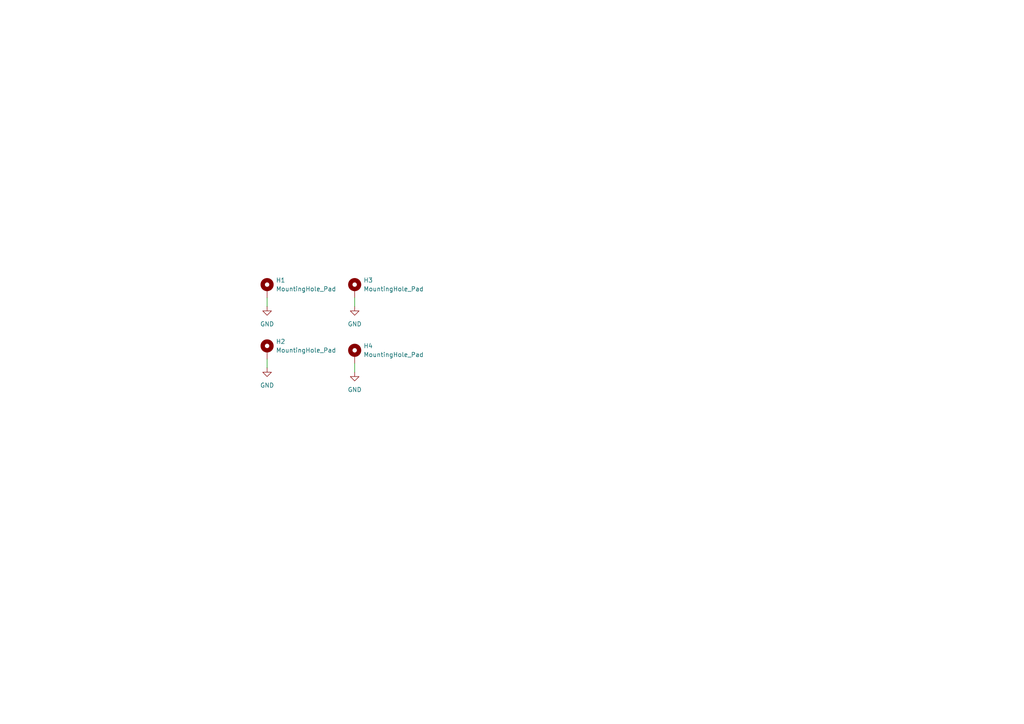
<source format=kicad_sch>
(kicad_sch (version 20250114) (generator "eeschema") (generator_version "9.0")
  (paper "A4")
  (lib_symbols
    (symbol "Mechanical:MountingHole_Pad" (pin_numbers (hide yes)) (pin_names (offset 1.016) (hide yes)) (in_bom no)
      (property "Reference" "H" (at 0 6.35 0))
      (property "Value" "MountingHole_Pad" (at 0 4.445 0))
      (symbol "MountingHole_Pad_0_1"
        (circle (center 0 1.27) (radius 1.27) (stroke (width 1.27)))
      )
      (symbol "MountingHole_Pad_1_1"
        (pin input line (at 0 -2.54 90) (length 2.54) (name "1") (number "1"))
      )
    )
    (symbol "power:GND" (power) (pin_numbers (hide yes)) (pin_names (offset 0) (hide yes))
      (property "Value" "GND" (at 0 -3.81 0))
      (symbol "GND_0_1"
        (polyline (pts (xy 0 0) (xy 0 -1.27) (xy 1.27 -1.27) (xy 0 -2.54) (xy -1.27 -1.27) (xy 0 -1.27)))
      )
      (symbol "GND_1_1"
        (pin power_in line (at 0 0 270) (length 0) (name "~") (number "1"))
      )
    )
  )
  (wire (pts (xy 77.47 104.14) (xy 77.47 106.68)))
  (wire (pts (xy 77.47 86.36) (xy 77.47 88.9)))
  (wire (pts (xy 102.87 86.36) (xy 102.87 88.9)))
  (wire (pts (xy 102.87 105.41) (xy 102.87 107.95)))
  (symbol (lib_id "Mechanical:MountingHole_Pad") (at 77.47 101.6 0) (unit 1) (exclude_from_sim yes) (in_bom no)
    (property "Reference" "H2" (at 80.01 99.0599 0) (effects (justify left)))
    (property "Value" "MountingHole_Pad" (at 80.01 101.5999 0) (effects (justify left)))
    (property "Footprint" "MountingHole:MountingHole_3mm_Pad" (effects (hide yes)))
    (property "Description" "Mounting Hole with connection" (effects (hide yes)))
  )
  (symbol (lib_id "Mechanical:MountingHole_Pad") (at 102.87 102.87 0) (unit 1) (exclude_from_sim yes) (in_bom no)
    (property "Reference" "H4" (at 105.41 100.3299 0) (effects (justify left)))
    (property "Value" "MountingHole_Pad" (at 105.41 102.8699 0) (effects (justify left)))
    (property "Footprint" "MountingHole:MountingHole_3mm_Pad" (effects (hide yes)))
    (property "Description" "Mounting Hole with connection" (effects (hide yes)))
  )
  (symbol (lib_id "power:GND") (at 102.87 88.9 0) (unit 1)
    (property "Reference" "#PWR035" (effects (hide yes)))
    (property "Value" "GND" (at 102.87 93.98 0))
    (property "Description" "Power symbol creates a global label with name \"GND\" , ground" (effects (hide yes)))
  )
  (symbol (lib_id "power:GND") (at 102.87 107.95 0) (unit 1)
    (property "Reference" "#PWR036" (effects (hide yes)))
    (property "Value" "GND" (at 102.87 113.03 0))
    (property "Description" "Power symbol creates a global label with name \"GND\" , ground" (effects (hide yes)))
  )
  (symbol (lib_id "Mechanical:MountingHole_Pad") (at 77.47 83.82 0) (unit 1) (exclude_from_sim yes) (in_bom no)
    (property "Reference" "H1" (at 80.01 81.2799 0) (effects (justify left)))
    (property "Value" "MountingHole_Pad" (at 80.01 83.8199 0) (effects (justify left)))
    (property "Footprint" "MountingHole:MountingHole_3mm_Pad" (effects (hide yes)))
    (property "Description" "Mounting Hole with connection" (effects (hide yes)))
  )
  (symbol (lib_id "power:GND") (at 77.47 106.68 0) (unit 1)
    (property "Reference" "#PWR034" (effects (hide yes)))
    (property "Value" "GND" (at 77.47 111.76 0))
    (property "Description" "Power symbol creates a global label with name \"GND\" , ground" (effects (hide yes)))
  )
  (symbol (lib_id "power:GND") (at 77.47 88.9 0) (unit 1)
    (property "Reference" "#PWR033" (effects (hide yes)))
    (property "Value" "GND" (at 77.47 93.98 0))
    (property "Description" "Power symbol creates a global label with name \"GND\" , ground" (effects (hide yes)))
  )
  (symbol (lib_id "Mechanical:MountingHole_Pad") (at 102.87 83.82 0) (unit 1) (exclude_from_sim yes) (in_bom no)
    (property "Reference" "H3" (at 105.41 81.2799 0) (effects (justify left)))
    (property "Value" "MountingHole_Pad" (at 105.41 83.8199 0) (effects (justify left)))
    (property "Footprint" "MountingHole:MountingHole_3mm_Pad" (effects (hide yes)))
    (property "Description" "Mounting Hole with connection" (effects (hide yes)))
  )
)
</source>
